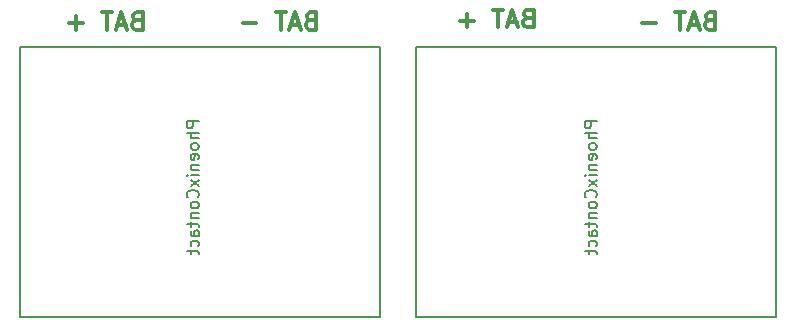
<source format=gbr>
G04 #@! TF.FileFunction,Legend,Bot*
%FSLAX46Y46*%
G04 Gerber Fmt 4.6, Leading zero omitted, Abs format (unit mm)*
G04 Created by KiCad (PCBNEW 4.0.7) date 03/15/18 11:45:02*
%MOMM*%
%LPD*%
G01*
G04 APERTURE LIST*
%ADD10C,0.100000*%
%ADD11C,0.300000*%
%ADD12C,0.150000*%
G04 APERTURE END LIST*
D10*
D11*
X143007142Y-97892857D02*
X142792856Y-97964286D01*
X142721428Y-98035714D01*
X142649999Y-98178571D01*
X142649999Y-98392857D01*
X142721428Y-98535714D01*
X142792856Y-98607143D01*
X142935714Y-98678571D01*
X143507142Y-98678571D01*
X143507142Y-97178571D01*
X143007142Y-97178571D01*
X142864285Y-97250000D01*
X142792856Y-97321429D01*
X142721428Y-97464286D01*
X142721428Y-97607143D01*
X142792856Y-97750000D01*
X142864285Y-97821429D01*
X143007142Y-97892857D01*
X143507142Y-97892857D01*
X142078571Y-98250000D02*
X141364285Y-98250000D01*
X142221428Y-98678571D02*
X141721428Y-97178571D01*
X141221428Y-98678571D01*
X140935714Y-97178571D02*
X140078571Y-97178571D01*
X140507142Y-98678571D02*
X140507142Y-97178571D01*
X138435714Y-98107143D02*
X137292857Y-98107143D01*
X176807142Y-97892857D02*
X176592856Y-97964286D01*
X176521428Y-98035714D01*
X176449999Y-98178571D01*
X176449999Y-98392857D01*
X176521428Y-98535714D01*
X176592856Y-98607143D01*
X176735714Y-98678571D01*
X177307142Y-98678571D01*
X177307142Y-97178571D01*
X176807142Y-97178571D01*
X176664285Y-97250000D01*
X176592856Y-97321429D01*
X176521428Y-97464286D01*
X176521428Y-97607143D01*
X176592856Y-97750000D01*
X176664285Y-97821429D01*
X176807142Y-97892857D01*
X177307142Y-97892857D01*
X175878571Y-98250000D02*
X175164285Y-98250000D01*
X176021428Y-98678571D02*
X175521428Y-97178571D01*
X175021428Y-98678571D01*
X174735714Y-97178571D02*
X173878571Y-97178571D01*
X174307142Y-98678571D02*
X174307142Y-97178571D01*
X172235714Y-98107143D02*
X171092857Y-98107143D01*
X128307142Y-97892857D02*
X128092856Y-97964286D01*
X128021428Y-98035714D01*
X127949999Y-98178571D01*
X127949999Y-98392857D01*
X128021428Y-98535714D01*
X128092856Y-98607143D01*
X128235714Y-98678571D01*
X128807142Y-98678571D01*
X128807142Y-97178571D01*
X128307142Y-97178571D01*
X128164285Y-97250000D01*
X128092856Y-97321429D01*
X128021428Y-97464286D01*
X128021428Y-97607143D01*
X128092856Y-97750000D01*
X128164285Y-97821429D01*
X128307142Y-97892857D01*
X128807142Y-97892857D01*
X127378571Y-98250000D02*
X126664285Y-98250000D01*
X127521428Y-98678571D02*
X127021428Y-97178571D01*
X126521428Y-98678571D01*
X126235714Y-97178571D02*
X125378571Y-97178571D01*
X125807142Y-98678571D02*
X125807142Y-97178571D01*
X123735714Y-98107143D02*
X122592857Y-98107143D01*
X123164286Y-98678571D02*
X123164286Y-97535714D01*
X161407142Y-97692857D02*
X161192856Y-97764286D01*
X161121428Y-97835714D01*
X161049999Y-97978571D01*
X161049999Y-98192857D01*
X161121428Y-98335714D01*
X161192856Y-98407143D01*
X161335714Y-98478571D01*
X161907142Y-98478571D01*
X161907142Y-96978571D01*
X161407142Y-96978571D01*
X161264285Y-97050000D01*
X161192856Y-97121429D01*
X161121428Y-97264286D01*
X161121428Y-97407143D01*
X161192856Y-97550000D01*
X161264285Y-97621429D01*
X161407142Y-97692857D01*
X161907142Y-97692857D01*
X160478571Y-98050000D02*
X159764285Y-98050000D01*
X160621428Y-98478571D02*
X160121428Y-96978571D01*
X159621428Y-98478571D01*
X159335714Y-96978571D02*
X158478571Y-96978571D01*
X158907142Y-98478571D02*
X158907142Y-96978571D01*
X156835714Y-97907143D02*
X155692857Y-97907143D01*
X156264286Y-98478571D02*
X156264286Y-97335714D01*
D12*
X118414800Y-123037600D02*
X119684800Y-123037600D01*
X118414800Y-100177600D02*
X118414800Y-123037600D01*
X148894800Y-100177600D02*
X118414800Y-100177600D01*
X148894800Y-123037600D02*
X148894800Y-100177600D01*
X119684800Y-123037600D02*
X148894800Y-123037600D01*
X151942800Y-123037600D02*
X153212800Y-123037600D01*
X151942800Y-100177600D02*
X151942800Y-123037600D01*
X182422800Y-100177600D02*
X151942800Y-100177600D01*
X182422800Y-123037600D02*
X182422800Y-100177600D01*
X153212800Y-123037600D02*
X182422800Y-123037600D01*
X133552381Y-106452380D02*
X132552381Y-106452380D01*
X132552381Y-106833333D01*
X132600000Y-106928571D01*
X132647619Y-106976190D01*
X132742857Y-107023809D01*
X132885714Y-107023809D01*
X132980952Y-106976190D01*
X133028571Y-106928571D01*
X133076190Y-106833333D01*
X133076190Y-106452380D01*
X133552381Y-107452380D02*
X132552381Y-107452380D01*
X133552381Y-107880952D02*
X133028571Y-107880952D01*
X132933333Y-107833333D01*
X132885714Y-107738095D01*
X132885714Y-107595237D01*
X132933333Y-107499999D01*
X132980952Y-107452380D01*
X133552381Y-108499999D02*
X133504762Y-108404761D01*
X133457143Y-108357142D01*
X133361905Y-108309523D01*
X133076190Y-108309523D01*
X132980952Y-108357142D01*
X132933333Y-108404761D01*
X132885714Y-108499999D01*
X132885714Y-108642857D01*
X132933333Y-108738095D01*
X132980952Y-108785714D01*
X133076190Y-108833333D01*
X133361905Y-108833333D01*
X133457143Y-108785714D01*
X133504762Y-108738095D01*
X133552381Y-108642857D01*
X133552381Y-108499999D01*
X133504762Y-109642857D02*
X133552381Y-109547619D01*
X133552381Y-109357142D01*
X133504762Y-109261904D01*
X133409524Y-109214285D01*
X133028571Y-109214285D01*
X132933333Y-109261904D01*
X132885714Y-109357142D01*
X132885714Y-109547619D01*
X132933333Y-109642857D01*
X133028571Y-109690476D01*
X133123810Y-109690476D01*
X133219048Y-109214285D01*
X132885714Y-110119047D02*
X133552381Y-110119047D01*
X132980952Y-110119047D02*
X132933333Y-110166666D01*
X132885714Y-110261904D01*
X132885714Y-110404762D01*
X132933333Y-110500000D01*
X133028571Y-110547619D01*
X133552381Y-110547619D01*
X133552381Y-111023809D02*
X132885714Y-111023809D01*
X132552381Y-111023809D02*
X132600000Y-110976190D01*
X132647619Y-111023809D01*
X132600000Y-111071428D01*
X132552381Y-111023809D01*
X132647619Y-111023809D01*
X133552381Y-111404761D02*
X132885714Y-111928571D01*
X132885714Y-111404761D02*
X133552381Y-111928571D01*
X133457143Y-112880952D02*
X133504762Y-112833333D01*
X133552381Y-112690476D01*
X133552381Y-112595238D01*
X133504762Y-112452380D01*
X133409524Y-112357142D01*
X133314286Y-112309523D01*
X133123810Y-112261904D01*
X132980952Y-112261904D01*
X132790476Y-112309523D01*
X132695238Y-112357142D01*
X132600000Y-112452380D01*
X132552381Y-112595238D01*
X132552381Y-112690476D01*
X132600000Y-112833333D01*
X132647619Y-112880952D01*
X133552381Y-113452380D02*
X133504762Y-113357142D01*
X133457143Y-113309523D01*
X133361905Y-113261904D01*
X133076190Y-113261904D01*
X132980952Y-113309523D01*
X132933333Y-113357142D01*
X132885714Y-113452380D01*
X132885714Y-113595238D01*
X132933333Y-113690476D01*
X132980952Y-113738095D01*
X133076190Y-113785714D01*
X133361905Y-113785714D01*
X133457143Y-113738095D01*
X133504762Y-113690476D01*
X133552381Y-113595238D01*
X133552381Y-113452380D01*
X132885714Y-114214285D02*
X133552381Y-114214285D01*
X132980952Y-114214285D02*
X132933333Y-114261904D01*
X132885714Y-114357142D01*
X132885714Y-114500000D01*
X132933333Y-114595238D01*
X133028571Y-114642857D01*
X133552381Y-114642857D01*
X132885714Y-114976190D02*
X132885714Y-115357142D01*
X132552381Y-115119047D02*
X133409524Y-115119047D01*
X133504762Y-115166666D01*
X133552381Y-115261904D01*
X133552381Y-115357142D01*
X133552381Y-116119048D02*
X133028571Y-116119048D01*
X132933333Y-116071429D01*
X132885714Y-115976191D01*
X132885714Y-115785714D01*
X132933333Y-115690476D01*
X133504762Y-116119048D02*
X133552381Y-116023810D01*
X133552381Y-115785714D01*
X133504762Y-115690476D01*
X133409524Y-115642857D01*
X133314286Y-115642857D01*
X133219048Y-115690476D01*
X133171429Y-115785714D01*
X133171429Y-116023810D01*
X133123810Y-116119048D01*
X133504762Y-117023810D02*
X133552381Y-116928572D01*
X133552381Y-116738095D01*
X133504762Y-116642857D01*
X133457143Y-116595238D01*
X133361905Y-116547619D01*
X133076190Y-116547619D01*
X132980952Y-116595238D01*
X132933333Y-116642857D01*
X132885714Y-116738095D01*
X132885714Y-116928572D01*
X132933333Y-117023810D01*
X132885714Y-117309524D02*
X132885714Y-117690476D01*
X132552381Y-117452381D02*
X133409524Y-117452381D01*
X133504762Y-117500000D01*
X133552381Y-117595238D01*
X133552381Y-117690476D01*
X167252381Y-106452380D02*
X166252381Y-106452380D01*
X166252381Y-106833333D01*
X166300000Y-106928571D01*
X166347619Y-106976190D01*
X166442857Y-107023809D01*
X166585714Y-107023809D01*
X166680952Y-106976190D01*
X166728571Y-106928571D01*
X166776190Y-106833333D01*
X166776190Y-106452380D01*
X167252381Y-107452380D02*
X166252381Y-107452380D01*
X167252381Y-107880952D02*
X166728571Y-107880952D01*
X166633333Y-107833333D01*
X166585714Y-107738095D01*
X166585714Y-107595237D01*
X166633333Y-107499999D01*
X166680952Y-107452380D01*
X167252381Y-108499999D02*
X167204762Y-108404761D01*
X167157143Y-108357142D01*
X167061905Y-108309523D01*
X166776190Y-108309523D01*
X166680952Y-108357142D01*
X166633333Y-108404761D01*
X166585714Y-108499999D01*
X166585714Y-108642857D01*
X166633333Y-108738095D01*
X166680952Y-108785714D01*
X166776190Y-108833333D01*
X167061905Y-108833333D01*
X167157143Y-108785714D01*
X167204762Y-108738095D01*
X167252381Y-108642857D01*
X167252381Y-108499999D01*
X167204762Y-109642857D02*
X167252381Y-109547619D01*
X167252381Y-109357142D01*
X167204762Y-109261904D01*
X167109524Y-109214285D01*
X166728571Y-109214285D01*
X166633333Y-109261904D01*
X166585714Y-109357142D01*
X166585714Y-109547619D01*
X166633333Y-109642857D01*
X166728571Y-109690476D01*
X166823810Y-109690476D01*
X166919048Y-109214285D01*
X166585714Y-110119047D02*
X167252381Y-110119047D01*
X166680952Y-110119047D02*
X166633333Y-110166666D01*
X166585714Y-110261904D01*
X166585714Y-110404762D01*
X166633333Y-110500000D01*
X166728571Y-110547619D01*
X167252381Y-110547619D01*
X167252381Y-111023809D02*
X166585714Y-111023809D01*
X166252381Y-111023809D02*
X166300000Y-110976190D01*
X166347619Y-111023809D01*
X166300000Y-111071428D01*
X166252381Y-111023809D01*
X166347619Y-111023809D01*
X167252381Y-111404761D02*
X166585714Y-111928571D01*
X166585714Y-111404761D02*
X167252381Y-111928571D01*
X167157143Y-112880952D02*
X167204762Y-112833333D01*
X167252381Y-112690476D01*
X167252381Y-112595238D01*
X167204762Y-112452380D01*
X167109524Y-112357142D01*
X167014286Y-112309523D01*
X166823810Y-112261904D01*
X166680952Y-112261904D01*
X166490476Y-112309523D01*
X166395238Y-112357142D01*
X166300000Y-112452380D01*
X166252381Y-112595238D01*
X166252381Y-112690476D01*
X166300000Y-112833333D01*
X166347619Y-112880952D01*
X167252381Y-113452380D02*
X167204762Y-113357142D01*
X167157143Y-113309523D01*
X167061905Y-113261904D01*
X166776190Y-113261904D01*
X166680952Y-113309523D01*
X166633333Y-113357142D01*
X166585714Y-113452380D01*
X166585714Y-113595238D01*
X166633333Y-113690476D01*
X166680952Y-113738095D01*
X166776190Y-113785714D01*
X167061905Y-113785714D01*
X167157143Y-113738095D01*
X167204762Y-113690476D01*
X167252381Y-113595238D01*
X167252381Y-113452380D01*
X166585714Y-114214285D02*
X167252381Y-114214285D01*
X166680952Y-114214285D02*
X166633333Y-114261904D01*
X166585714Y-114357142D01*
X166585714Y-114500000D01*
X166633333Y-114595238D01*
X166728571Y-114642857D01*
X167252381Y-114642857D01*
X166585714Y-114976190D02*
X166585714Y-115357142D01*
X166252381Y-115119047D02*
X167109524Y-115119047D01*
X167204762Y-115166666D01*
X167252381Y-115261904D01*
X167252381Y-115357142D01*
X167252381Y-116119048D02*
X166728571Y-116119048D01*
X166633333Y-116071429D01*
X166585714Y-115976191D01*
X166585714Y-115785714D01*
X166633333Y-115690476D01*
X167204762Y-116119048D02*
X167252381Y-116023810D01*
X167252381Y-115785714D01*
X167204762Y-115690476D01*
X167109524Y-115642857D01*
X167014286Y-115642857D01*
X166919048Y-115690476D01*
X166871429Y-115785714D01*
X166871429Y-116023810D01*
X166823810Y-116119048D01*
X167204762Y-117023810D02*
X167252381Y-116928572D01*
X167252381Y-116738095D01*
X167204762Y-116642857D01*
X167157143Y-116595238D01*
X167061905Y-116547619D01*
X166776190Y-116547619D01*
X166680952Y-116595238D01*
X166633333Y-116642857D01*
X166585714Y-116738095D01*
X166585714Y-116928572D01*
X166633333Y-117023810D01*
X166585714Y-117309524D02*
X166585714Y-117690476D01*
X166252381Y-117452381D02*
X167109524Y-117452381D01*
X167204762Y-117500000D01*
X167252381Y-117595238D01*
X167252381Y-117690476D01*
M02*

</source>
